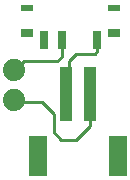
<source format=gtl>
G75*
%MOIN*%
%OFA0B0*%
%FSLAX25Y25*%
%IPPOS*%
%LPD*%
%AMOC8*
5,1,8,0,0,1.08239X$1,22.5*
%
%ADD10R,0.03937X0.18110*%
%ADD11R,0.06299X0.13386*%
%ADD12R,0.02756X0.05906*%
%ADD13R,0.03937X0.02362*%
%ADD14R,0.03937X0.03150*%
%ADD15C,0.07400*%
%ADD16C,0.01000*%
D10*
X0505021Y0031817D03*
X0512895Y0031817D03*
D11*
X0522344Y0011344D03*
X0495573Y0011344D03*
D12*
X0497600Y0049735D03*
X0503506Y0049735D03*
X0515317Y0049735D03*
D13*
X0520828Y0060562D03*
X0492088Y0060562D03*
D14*
X0492088Y0052294D03*
X0520828Y0052294D03*
D15*
X0487708Y0039750D03*
X0487708Y0029750D03*
D16*
X0488333Y0029125D01*
X0497083Y0029125D01*
X0500833Y0025375D01*
X0500833Y0019125D01*
X0503333Y0016625D01*
X0508333Y0016625D01*
X0512895Y0021187D01*
X0512895Y0031817D01*
X0505833Y0032629D02*
X0505021Y0031817D01*
X0505833Y0032629D02*
X0505833Y0042875D01*
X0508333Y0045375D01*
X0514583Y0045375D01*
X0515317Y0046108D01*
X0515317Y0049735D01*
X0503506Y0049735D02*
X0503506Y0044297D01*
X0502083Y0042875D01*
X0490833Y0042875D01*
X0487708Y0039750D01*
M02*

</source>
